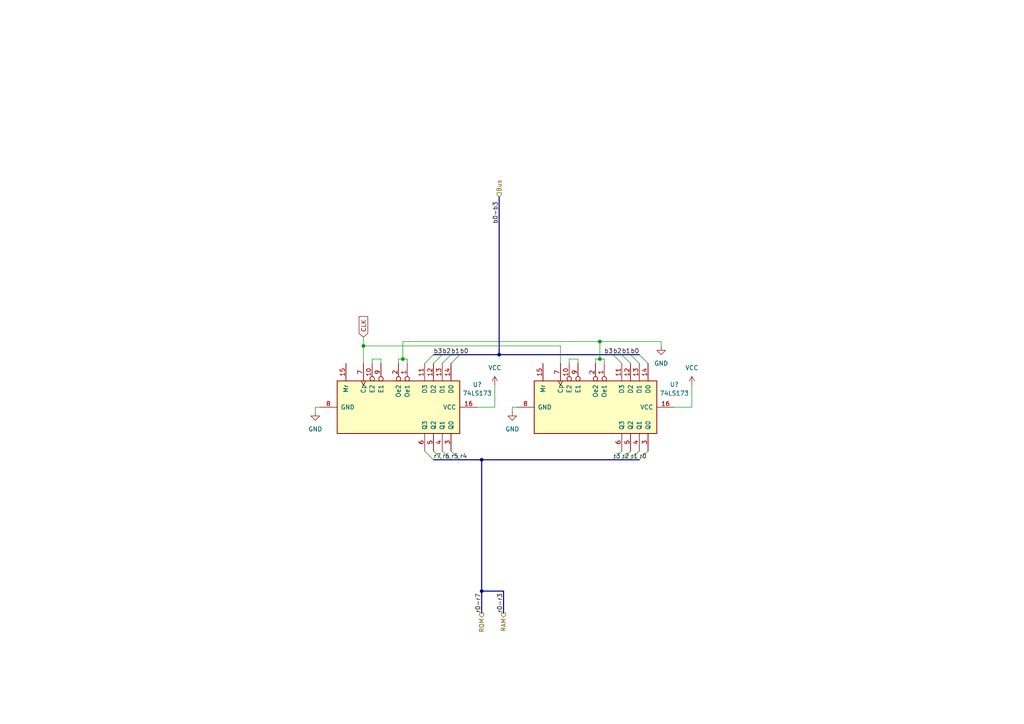
<source format=kicad_sch>
(kicad_sch (version 20211123) (generator eeschema)
  (paper "A4")
  (lib_symbols
    (symbol "74xx:74LS173" (pin_names (offset 1.016))
      (property "Reference" "U" (at -7.62 19.05 0))
      (property "Value" "74LS173" (at -7.62 -19.05 0))
      (symbol "74LS173_1_0"
        (pin input inverted (at -12.7 2.54 0) (length 5.08) (name "Oe1") (number "1"))
        (pin input inverted (at -12.7 -7.62 0) (length 5.08) (name "E2") (number "10"))
        (pin input line (at -12.7 7.62 0) (length 5.08) (name "D3") (number "11"))
        (pin input line (at -12.7 10.16 0) (length 5.08) (name "D2") (number "12"))
        (pin input line (at -12.7 12.7 0) (length 5.08) (name "D1") (number "13"))
        (pin input line (at -12.7 15.24 0) (length 5.08) (name "D0") (number "14"))
        (pin input line (at -12.7 -15.24 0) (length 5.08) (name "Mr") (number "15"))
        (pin power_in line (at 0 22.86 270) (length 5.08) (name "VCC") (number "16"))
        (pin input inverted (at -12.7 0 0) (length 5.08) (name "Oe2") (number "2"))
        (pin tri_state line (at 12.7 15.24 180) (length 5.08) (name "Q0") (number "3"))
        (pin tri_state line (at 12.7 12.7 180) (length 5.08) (name "Q1") (number "4"))
        (pin tri_state line (at 12.7 10.16 180) (length 5.08) (name "Q2") (number "5"))
        (pin tri_state line (at 12.7 7.62 180) (length 5.08) (name "Q3") (number "6"))
        (pin input clock (at -12.7 -10.16 0) (length 5.08) (name "Cp") (number "7"))
        (pin power_in line (at 0 -22.86 90) (length 5.08) (name "GND") (number "8"))
        (pin input inverted (at -12.7 -5.08 0) (length 5.08) (name "E1") (number "9"))
      )
      (symbol "74LS173_1_1"
        (rectangle (start -7.62 17.78) (end 7.62 -17.78) (stroke (width 0.254)) (fill (type background)))
      )
    )
    (symbol "power:GND" (power) (pin_names (offset 0))
      (property "Value" "GND" (at 0 -3.81 0))
      (symbol "GND_0_1"
        (polyline (pts (xy 0 0) (xy 0 -1.27) (xy 1.27 -1.27) (xy 0 -2.54) (xy -1.27 -1.27) (xy 0 -1.27)))
      )
      (symbol "GND_1_1"
        (pin power_in line (at 0 0 270) (length 0) hide (name "GND") (number "1"))
      )
    )
    (symbol "power:VCC" (power) (pin_names (offset 0))
      (property "Value" "VCC" (at 0 3.81 0))
      (symbol "VCC_0_1"
        (polyline (pts (xy -0.762 1.27) (xy 0 2.54)))
        (polyline (pts (xy 0 0) (xy 0 2.54)))
        (polyline (pts (xy 0 2.54) (xy 0.762 1.27)))
      )
      (symbol "VCC_1_1"
        (pin power_in line (at 0 0 90) (length 0) hide (name "VCC") (number "1"))
      )
    )
  )
  (junction (at 144.78 102.87))
  (junction (at 173.99 104.14))
  (junction (at 116.84 104.14))
  (junction (at 173.99 99.06))
  (junction (at 139.7 133.35))
  (junction (at 105.41 100.33))
  (junction (at 139.7 171.45))
  (bus_entry (at 125.73 130.81) (size 2.54 2.54))
  (bus_entry (at 182.88 130.81) (size -2.54 2.54))
  (bus_entry (at 125.73 102.87) (size -2.54 2.54))
  (bus_entry (at 130.81 130.81) (size 2.54 2.54))
  (bus_entry (at 128.27 130.81) (size 2.54 2.54))
  (bus_entry (at 187.96 130.81) (size -2.54 2.54))
  (bus_entry (at 185.42 102.87) (size 2.54 2.54))
  (bus_entry (at 128.27 102.87) (size -2.54 2.54))
  (bus_entry (at 177.8 102.87) (size 2.54 2.54))
  (bus_entry (at 180.34 130.81) (size -2.54 2.54))
  (bus_entry (at 130.81 102.87) (size -2.54 2.54))
  (bus_entry (at 133.35 102.87) (size -2.54 2.54))
  (bus_entry (at 180.34 102.87) (size 2.54 2.54))
  (bus_entry (at 185.42 130.81) (size -2.54 2.54))
  (bus_entry (at 182.88 102.87) (size 2.54 2.54))
  (bus_entry (at 123.19 130.81) (size 2.54 2.54))
  (wire (pts (xy 116.84 99.06) (xy 173.99 99.06)))
  (bus (pts (xy 146.05 177.8) (xy 146.05 171.45)))
  (wire (pts (xy 107.95 105.41) (xy 107.95 104.14)))
  (bus (pts (xy 130.81 133.35) (xy 133.35 133.35)))
  (wire (pts (xy 105.41 97.79) (xy 105.41 100.33)))
  (wire (pts (xy 116.84 104.14) (xy 118.11 104.14)))
  (bus (pts (xy 182.88 133.35) (xy 185.42 133.35)))
  (bus (pts (xy 130.81 102.87) (xy 133.35 102.87)))
  (bus (pts (xy 144.78 102.87) (xy 177.8 102.87)))
  (bus (pts (xy 125.73 133.35) (xy 128.27 133.35)))
  (wire (pts (xy 149.86 118.11) (xy 148.59 118.11)))
  (wire (pts (xy 143.51 111.76) (xy 143.51 118.11)))
  (bus (pts (xy 128.27 102.87) (xy 130.81 102.87)))
  (bus (pts (xy 180.34 102.87) (xy 182.88 102.87)))
  (bus (pts (xy 133.35 102.87) (xy 144.78 102.87)))
  (wire (pts (xy 172.72 104.14) (xy 172.72 105.41)))
  (bus (pts (xy 133.35 133.35) (xy 139.7 133.35)))
  (wire (pts (xy 115.57 104.14) (xy 116.84 104.14)))
  (bus (pts (xy 139.7 133.35) (xy 139.7 171.45)))
  (bus (pts (xy 128.27 133.35) (xy 130.81 133.35)))
  (wire (pts (xy 173.99 99.06) (xy 191.77 99.06)))
  (wire (pts (xy 173.99 104.14) (xy 172.72 104.14)))
  (wire (pts (xy 92.71 118.11) (xy 91.44 118.11)))
  (bus (pts (xy 144.78 57.15) (xy 144.78 102.87)))
  (wire (pts (xy 165.1 104.14) (xy 167.64 104.14)))
  (wire (pts (xy 138.43 118.11) (xy 143.51 118.11)))
  (wire (pts (xy 107.95 104.14) (xy 110.49 104.14)))
  (wire (pts (xy 175.26 104.14) (xy 173.99 104.14)))
  (wire (pts (xy 175.26 105.41) (xy 175.26 104.14)))
  (wire (pts (xy 115.57 105.41) (xy 115.57 104.14)))
  (wire (pts (xy 200.66 111.76) (xy 200.66 118.11)))
  (bus (pts (xy 146.05 171.45) (xy 139.7 171.45)))
  (wire (pts (xy 173.99 99.06) (xy 173.99 104.14)))
  (bus (pts (xy 177.8 102.87) (xy 180.34 102.87)))
  (wire (pts (xy 167.64 104.14) (xy 167.64 105.41)))
  (wire (pts (xy 110.49 104.14) (xy 110.49 105.41)))
  (wire (pts (xy 162.56 105.41) (xy 162.56 100.33)))
  (wire (pts (xy 162.56 100.33) (xy 105.41 100.33)))
  (bus (pts (xy 139.7 171.45) (xy 139.7 177.8)))
  (wire (pts (xy 105.41 100.33) (xy 105.41 105.41)))
  (wire (pts (xy 116.84 104.14) (xy 116.84 99.06)))
  (wire (pts (xy 148.59 118.11) (xy 148.59 119.38)))
  (bus (pts (xy 182.88 102.87) (xy 185.42 102.87)))
  (wire (pts (xy 165.1 105.41) (xy 165.1 104.14)))
  (wire (pts (xy 91.44 118.11) (xy 91.44 119.38)))
  (wire (pts (xy 191.77 99.06) (xy 191.77 100.33)))
  (wire (pts (xy 195.58 118.11) (xy 200.66 118.11)))
  (wire (pts (xy 118.11 104.14) (xy 118.11 105.41)))
  (bus (pts (xy 139.7 133.35) (xy 177.8 133.35)))
  (bus (pts (xy 180.34 133.35) (xy 182.88 133.35)))
  (bus (pts (xy 125.73 102.87) (xy 128.27 102.87)))
  (bus (pts (xy 177.8 133.35) (xy 180.34 133.35)))
  (label "r6" (at 128.27 133.35 0))
  (label "r0" (at 185.42 133.35 0))
  (label "b1" (at 130.81 102.87 0))
  (label "b0-b3" (at 144.78 58.42 270))
  (label "r5" (at 130.81 133.35 0))
  (label "r4" (at 133.35 133.35 0))
  (label "b0" (at 133.35 102.87 0))
  (label "r7" (at 125.73 133.35 0))
  (label "b1" (at 182.88 102.87 180))
  (label "r2" (at 180.34 133.35 0))
  (label "b3" (at 177.8 102.87 180))
  (label "b2" (at 180.34 102.87 180))
  (label "r3" (at 177.8 133.35 0))
  (label "b0" (at 185.42 102.87 180))
  (label "r0-r3" (at 146.05 177.8 90))
  (label "r0-r7" (at 139.7 177.8 90))
  (label "b3" (at 125.73 102.87 0))
  (label "b2" (at 128.27 102.87 0))
  (label "r1" (at 182.88 133.35 0))
  (global_label "CLK" (shape input) (at 105.41 97.79 90) (property "Intersheet References" "${INTERSHEET_REFS}" (at 105.3306 91.8088 90) (effects (justify left))))
  (hierarchical_label "ROM" (shape output) (at 139.7 177.8 270))
  (hierarchical_label "Bus" (shape input) (at 144.78 57.15 90))
  (hierarchical_label "RAM" (shape output) (at 146.05 177.8 270))
  (symbol (lib_id "power:VCC") (at 200.66 111.76 0) (unit 1)
    (property "Reference" "#PWR?" (effects hide))
    (property "Value" "VCC" (at 200.66 106.68 0))
  )
  (symbol (lib_id "power:GND") (at 148.59 119.38 0) (unit 1)
    (property "Reference" "#PWR?" (effects hide))
    (property "Value" "GND" (at 148.59 124.46 0))
  )
  (symbol (lib_id "74xx:74LS173") (at 115.57 118.11 270) (unit 1)
    (property "Reference" "U?" (at 138.43 111.5312 90))
    (property "Value" "74LS173" (at 138.43 114.0712 90))
    (property "Datasheet" "https://www.ti.com/lit/ds/symlink/sn74ls173a.pdf?ts=1680979768291" (effects hide))
  )
  (symbol (lib_id "power:GND") (at 91.44 119.38 0) (unit 1)
    (property "Reference" "#PWR?" (effects hide))
    (property "Value" "GND" (at 91.44 124.46 0))
  )
  (symbol (lib_id "power:VCC") (at 143.51 111.76 0) (unit 1)
    (property "Reference" "#PWR?" (effects hide))
    (property "Value" "VCC" (at 143.51 106.68 0))
  )
  (symbol (lib_id "74xx:74LS173") (at 172.72 118.11 270) (unit 1)
    (property "Reference" "U?" (at 195.58 111.5312 90))
    (property "Value" "74LS173" (at 195.58 114.0712 90))
    (property "Datasheet" "https://www.ti.com/lit/ds/symlink/sn74ls173a.pdf?ts=1680979768291" (effects hide))
  )
  (symbol (lib_id "power:GND") (at 191.77 100.33 0) (unit 1)
    (property "Reference" "#PWR?" (effects hide))
    (property "Value" "GND" (at 191.77 105.41 0))
  )
)
</source>
